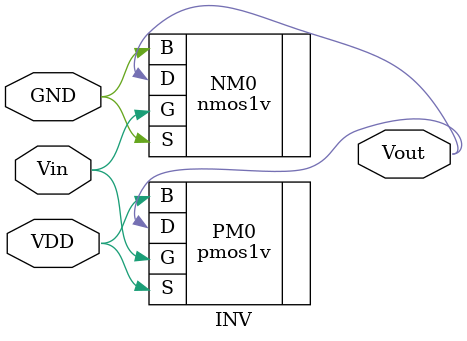
<source format=v>

module INV (
VDD,GND,Vin,Vout );
input  VDD;
input  GND;
input  Vin;
output  Vout;
wire VDD;
wire Vin;
wire Vout;
wire GND;

nmos1v    
 NM0  ( .S( GND ), .G( Vin ), .B( GND ), .D( Vout ) );

pmos1v    
 PM0  ( .S( VDD ), .G( Vin ), .B( VDD ), .D( Vout ) );

endmodule


</source>
